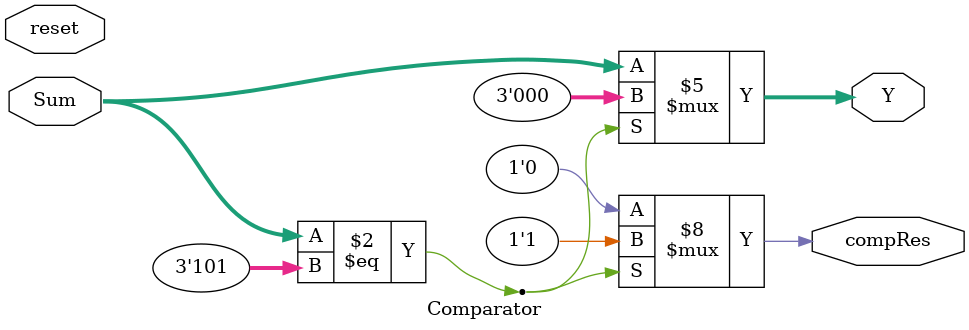
<source format=v>
`timescale 1ns / 1ps


module Comparator(
    input [2:0] Sum,
    input reset,
    output  reg compRes,
    output  reg [2:0] Y
    );
    
    always@(*) begin
    if (Sum == 3'b101)begin
         compRes = 1'b1| reset;
         Y = 3'b000;   
    end else begin
    compRes= 1'b0;
         Y = Sum;
    end
end
    
endmodule








</source>
